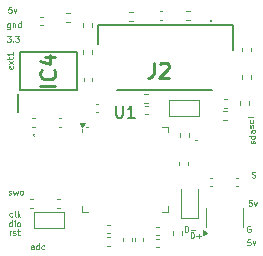
<source format=gbr>
%TF.GenerationSoftware,KiCad,Pcbnew,8.0.5*%
%TF.CreationDate,2024-10-20T03:46:06+02:00*%
%TF.ProjectId,cansatperso,63616e73-6174-4706-9572-736f2e6b6963,rev?*%
%TF.SameCoordinates,Original*%
%TF.FileFunction,Legend,Top*%
%TF.FilePolarity,Positive*%
%FSLAX46Y46*%
G04 Gerber Fmt 4.6, Leading zero omitted, Abs format (unit mm)*
G04 Created by KiCad (PCBNEW 8.0.5) date 2024-10-20 03:46:06*
%MOMM*%
%LPD*%
G01*
G04 APERTURE LIST*
%ADD10C,0.100000*%
%ADD11C,0.254000*%
%ADD12C,0.150000*%
%ADD13C,0.120000*%
%ADD14C,0.200000*%
G04 APERTURE END LIST*
D10*
X194456741Y-91857419D02*
X194409122Y-91833609D01*
X194409122Y-91833609D02*
X194337693Y-91833609D01*
X194337693Y-91833609D02*
X194266265Y-91857419D01*
X194266265Y-91857419D02*
X194218646Y-91905038D01*
X194218646Y-91905038D02*
X194194836Y-91952657D01*
X194194836Y-91952657D02*
X194171027Y-92047895D01*
X194171027Y-92047895D02*
X194171027Y-92119323D01*
X194171027Y-92119323D02*
X194194836Y-92214561D01*
X194194836Y-92214561D02*
X194218646Y-92262180D01*
X194218646Y-92262180D02*
X194266265Y-92309800D01*
X194266265Y-92309800D02*
X194337693Y-92333609D01*
X194337693Y-92333609D02*
X194385312Y-92333609D01*
X194385312Y-92333609D02*
X194456741Y-92309800D01*
X194456741Y-92309800D02*
X194480550Y-92285990D01*
X194480550Y-92285990D02*
X194480550Y-92119323D01*
X194480550Y-92119323D02*
X194385312Y-92119323D01*
X194699800Y-83508972D02*
X194723609Y-83461353D01*
X194723609Y-83461353D02*
X194723609Y-83366115D01*
X194723609Y-83366115D02*
X194699800Y-83318496D01*
X194699800Y-83318496D02*
X194652180Y-83294687D01*
X194652180Y-83294687D02*
X194628371Y-83294687D01*
X194628371Y-83294687D02*
X194580752Y-83318496D01*
X194580752Y-83318496D02*
X194556942Y-83366115D01*
X194556942Y-83366115D02*
X194556942Y-83437544D01*
X194556942Y-83437544D02*
X194533133Y-83485163D01*
X194533133Y-83485163D02*
X194485514Y-83508972D01*
X194485514Y-83508972D02*
X194461704Y-83508972D01*
X194461704Y-83508972D02*
X194414085Y-83485163D01*
X194414085Y-83485163D02*
X194390276Y-83437544D01*
X194390276Y-83437544D02*
X194390276Y-83366115D01*
X194390276Y-83366115D02*
X194414085Y-83318496D01*
X194699800Y-82866115D02*
X194723609Y-82913734D01*
X194723609Y-82913734D02*
X194723609Y-83008972D01*
X194723609Y-83008972D02*
X194699800Y-83056591D01*
X194699800Y-83056591D02*
X194675990Y-83080401D01*
X194675990Y-83080401D02*
X194628371Y-83104210D01*
X194628371Y-83104210D02*
X194485514Y-83104210D01*
X194485514Y-83104210D02*
X194437895Y-83080401D01*
X194437895Y-83080401D02*
X194414085Y-83056591D01*
X194414085Y-83056591D02*
X194390276Y-83008972D01*
X194390276Y-83008972D02*
X194390276Y-82913734D01*
X194390276Y-82913734D02*
X194414085Y-82866115D01*
X194723609Y-82580401D02*
X194699800Y-82628020D01*
X194699800Y-82628020D02*
X194652180Y-82651830D01*
X194652180Y-82651830D02*
X194223609Y-82651830D01*
X174109122Y-74680276D02*
X174109122Y-75085038D01*
X174109122Y-75085038D02*
X174085312Y-75132657D01*
X174085312Y-75132657D02*
X174061503Y-75156466D01*
X174061503Y-75156466D02*
X174013884Y-75180276D01*
X174013884Y-75180276D02*
X173942455Y-75180276D01*
X173942455Y-75180276D02*
X173894836Y-75156466D01*
X174109122Y-74989800D02*
X174061503Y-75013609D01*
X174061503Y-75013609D02*
X173966265Y-75013609D01*
X173966265Y-75013609D02*
X173918646Y-74989800D01*
X173918646Y-74989800D02*
X173894836Y-74965990D01*
X173894836Y-74965990D02*
X173871027Y-74918371D01*
X173871027Y-74918371D02*
X173871027Y-74775514D01*
X173871027Y-74775514D02*
X173894836Y-74727895D01*
X173894836Y-74727895D02*
X173918646Y-74704085D01*
X173918646Y-74704085D02*
X173966265Y-74680276D01*
X173966265Y-74680276D02*
X174061503Y-74680276D01*
X174061503Y-74680276D02*
X174109122Y-74704085D01*
X174347217Y-74680276D02*
X174347217Y-75013609D01*
X174347217Y-74727895D02*
X174371027Y-74704085D01*
X174371027Y-74704085D02*
X174418646Y-74680276D01*
X174418646Y-74680276D02*
X174490074Y-74680276D01*
X174490074Y-74680276D02*
X174537693Y-74704085D01*
X174537693Y-74704085D02*
X174561503Y-74751704D01*
X174561503Y-74751704D02*
X174561503Y-75013609D01*
X175013884Y-75013609D02*
X175013884Y-74513609D01*
X175013884Y-74989800D02*
X174966265Y-75013609D01*
X174966265Y-75013609D02*
X174871027Y-75013609D01*
X174871027Y-75013609D02*
X174823408Y-74989800D01*
X174823408Y-74989800D02*
X174799598Y-74965990D01*
X174799598Y-74965990D02*
X174775789Y-74918371D01*
X174775789Y-74918371D02*
X174775789Y-74775514D01*
X174775789Y-74775514D02*
X174799598Y-74727895D01*
X174799598Y-74727895D02*
X174823408Y-74704085D01*
X174823408Y-74704085D02*
X174871027Y-74680276D01*
X174871027Y-74680276D02*
X174966265Y-74680276D01*
X174966265Y-74680276D02*
X175013884Y-74704085D01*
X174269122Y-91853609D02*
X174269122Y-91353609D01*
X174269122Y-91829800D02*
X174221503Y-91853609D01*
X174221503Y-91853609D02*
X174126265Y-91853609D01*
X174126265Y-91853609D02*
X174078646Y-91829800D01*
X174078646Y-91829800D02*
X174054836Y-91805990D01*
X174054836Y-91805990D02*
X174031027Y-91758371D01*
X174031027Y-91758371D02*
X174031027Y-91615514D01*
X174031027Y-91615514D02*
X174054836Y-91567895D01*
X174054836Y-91567895D02*
X174078646Y-91544085D01*
X174078646Y-91544085D02*
X174126265Y-91520276D01*
X174126265Y-91520276D02*
X174221503Y-91520276D01*
X174221503Y-91520276D02*
X174269122Y-91544085D01*
X174507217Y-91853609D02*
X174507217Y-91520276D01*
X174507217Y-91353609D02*
X174483408Y-91377419D01*
X174483408Y-91377419D02*
X174507217Y-91401228D01*
X174507217Y-91401228D02*
X174531027Y-91377419D01*
X174531027Y-91377419D02*
X174507217Y-91353609D01*
X174507217Y-91353609D02*
X174507217Y-91401228D01*
X174816741Y-91853609D02*
X174769122Y-91829800D01*
X174769122Y-91829800D02*
X174745312Y-91805990D01*
X174745312Y-91805990D02*
X174721503Y-91758371D01*
X174721503Y-91758371D02*
X174721503Y-91615514D01*
X174721503Y-91615514D02*
X174745312Y-91567895D01*
X174745312Y-91567895D02*
X174769122Y-91544085D01*
X174769122Y-91544085D02*
X174816741Y-91520276D01*
X174816741Y-91520276D02*
X174888169Y-91520276D01*
X174888169Y-91520276D02*
X174935788Y-91544085D01*
X174935788Y-91544085D02*
X174959598Y-91567895D01*
X174959598Y-91567895D02*
X174983407Y-91615514D01*
X174983407Y-91615514D02*
X174983407Y-91758371D01*
X174983407Y-91758371D02*
X174959598Y-91805990D01*
X174959598Y-91805990D02*
X174935788Y-91829800D01*
X174935788Y-91829800D02*
X174888169Y-91853609D01*
X174888169Y-91853609D02*
X174816741Y-91853609D01*
X194611027Y-87709800D02*
X194682455Y-87733609D01*
X194682455Y-87733609D02*
X194801503Y-87733609D01*
X194801503Y-87733609D02*
X194849122Y-87709800D01*
X194849122Y-87709800D02*
X194872931Y-87685990D01*
X194872931Y-87685990D02*
X194896741Y-87638371D01*
X194896741Y-87638371D02*
X194896741Y-87590752D01*
X194896741Y-87590752D02*
X194872931Y-87543133D01*
X194872931Y-87543133D02*
X194849122Y-87519323D01*
X194849122Y-87519323D02*
X194801503Y-87495514D01*
X194801503Y-87495514D02*
X194706265Y-87471704D01*
X194706265Y-87471704D02*
X194658646Y-87447895D01*
X194658646Y-87447895D02*
X194634836Y-87424085D01*
X194634836Y-87424085D02*
X194611027Y-87376466D01*
X194611027Y-87376466D02*
X194611027Y-87328847D01*
X194611027Y-87328847D02*
X194634836Y-87281228D01*
X194634836Y-87281228D02*
X194658646Y-87257419D01*
X194658646Y-87257419D02*
X194706265Y-87233609D01*
X194706265Y-87233609D02*
X194825312Y-87233609D01*
X194825312Y-87233609D02*
X194896741Y-87257419D01*
X174299122Y-91019800D02*
X174251503Y-91043609D01*
X174251503Y-91043609D02*
X174156265Y-91043609D01*
X174156265Y-91043609D02*
X174108646Y-91019800D01*
X174108646Y-91019800D02*
X174084836Y-90995990D01*
X174084836Y-90995990D02*
X174061027Y-90948371D01*
X174061027Y-90948371D02*
X174061027Y-90805514D01*
X174061027Y-90805514D02*
X174084836Y-90757895D01*
X174084836Y-90757895D02*
X174108646Y-90734085D01*
X174108646Y-90734085D02*
X174156265Y-90710276D01*
X174156265Y-90710276D02*
X174251503Y-90710276D01*
X174251503Y-90710276D02*
X174299122Y-90734085D01*
X174584836Y-91043609D02*
X174537217Y-91019800D01*
X174537217Y-91019800D02*
X174513407Y-90972180D01*
X174513407Y-90972180D02*
X174513407Y-90543609D01*
X174775312Y-91043609D02*
X174775312Y-90543609D01*
X174822931Y-90853133D02*
X174965788Y-91043609D01*
X174965788Y-90710276D02*
X174775312Y-90900752D01*
X174084836Y-92583609D02*
X174084836Y-92250276D01*
X174084836Y-92345514D02*
X174108646Y-92297895D01*
X174108646Y-92297895D02*
X174132455Y-92274085D01*
X174132455Y-92274085D02*
X174180074Y-92250276D01*
X174180074Y-92250276D02*
X174227693Y-92250276D01*
X174370551Y-92559800D02*
X174418170Y-92583609D01*
X174418170Y-92583609D02*
X174513408Y-92583609D01*
X174513408Y-92583609D02*
X174561027Y-92559800D01*
X174561027Y-92559800D02*
X174584836Y-92512180D01*
X174584836Y-92512180D02*
X174584836Y-92488371D01*
X174584836Y-92488371D02*
X174561027Y-92440752D01*
X174561027Y-92440752D02*
X174513408Y-92416942D01*
X174513408Y-92416942D02*
X174441979Y-92416942D01*
X174441979Y-92416942D02*
X174394360Y-92393133D01*
X174394360Y-92393133D02*
X174370551Y-92345514D01*
X174370551Y-92345514D02*
X174370551Y-92321704D01*
X174370551Y-92321704D02*
X174394360Y-92274085D01*
X174394360Y-92274085D02*
X174441979Y-92250276D01*
X174441979Y-92250276D02*
X174513408Y-92250276D01*
X174513408Y-92250276D02*
X174561027Y-92274085D01*
X174727694Y-92250276D02*
X174918170Y-92250276D01*
X174799122Y-92083609D02*
X174799122Y-92512180D01*
X174799122Y-92512180D02*
X174822932Y-92559800D01*
X174822932Y-92559800D02*
X174870551Y-92583609D01*
X174870551Y-92583609D02*
X174918170Y-92583609D01*
X194462931Y-92963609D02*
X194224836Y-92963609D01*
X194224836Y-92963609D02*
X194201027Y-93201704D01*
X194201027Y-93201704D02*
X194224836Y-93177895D01*
X194224836Y-93177895D02*
X194272455Y-93154085D01*
X194272455Y-93154085D02*
X194391503Y-93154085D01*
X194391503Y-93154085D02*
X194439122Y-93177895D01*
X194439122Y-93177895D02*
X194462931Y-93201704D01*
X194462931Y-93201704D02*
X194486741Y-93249323D01*
X194486741Y-93249323D02*
X194486741Y-93368371D01*
X194486741Y-93368371D02*
X194462931Y-93415990D01*
X194462931Y-93415990D02*
X194439122Y-93439800D01*
X194439122Y-93439800D02*
X194391503Y-93463609D01*
X194391503Y-93463609D02*
X194272455Y-93463609D01*
X194272455Y-93463609D02*
X194224836Y-93439800D01*
X194224836Y-93439800D02*
X194201027Y-93415990D01*
X194653407Y-93130276D02*
X194772455Y-93463609D01*
X194772455Y-93463609D02*
X194891502Y-93130276D01*
X194799800Y-84848972D02*
X194823609Y-84801353D01*
X194823609Y-84801353D02*
X194823609Y-84706115D01*
X194823609Y-84706115D02*
X194799800Y-84658496D01*
X194799800Y-84658496D02*
X194752180Y-84634687D01*
X194752180Y-84634687D02*
X194728371Y-84634687D01*
X194728371Y-84634687D02*
X194680752Y-84658496D01*
X194680752Y-84658496D02*
X194656942Y-84706115D01*
X194656942Y-84706115D02*
X194656942Y-84777544D01*
X194656942Y-84777544D02*
X194633133Y-84825163D01*
X194633133Y-84825163D02*
X194585514Y-84848972D01*
X194585514Y-84848972D02*
X194561704Y-84848972D01*
X194561704Y-84848972D02*
X194514085Y-84825163D01*
X194514085Y-84825163D02*
X194490276Y-84777544D01*
X194490276Y-84777544D02*
X194490276Y-84706115D01*
X194490276Y-84706115D02*
X194514085Y-84658496D01*
X194823609Y-84206115D02*
X194323609Y-84206115D01*
X194799800Y-84206115D02*
X194823609Y-84253734D01*
X194823609Y-84253734D02*
X194823609Y-84348972D01*
X194823609Y-84348972D02*
X194799800Y-84396591D01*
X194799800Y-84396591D02*
X194775990Y-84420401D01*
X194775990Y-84420401D02*
X194728371Y-84444210D01*
X194728371Y-84444210D02*
X194585514Y-84444210D01*
X194585514Y-84444210D02*
X194537895Y-84420401D01*
X194537895Y-84420401D02*
X194514085Y-84396591D01*
X194514085Y-84396591D02*
X194490276Y-84348972D01*
X194490276Y-84348972D02*
X194490276Y-84253734D01*
X194490276Y-84253734D02*
X194514085Y-84206115D01*
X194823609Y-83753734D02*
X194561704Y-83753734D01*
X194561704Y-83753734D02*
X194514085Y-83777544D01*
X194514085Y-83777544D02*
X194490276Y-83825163D01*
X194490276Y-83825163D02*
X194490276Y-83920401D01*
X194490276Y-83920401D02*
X194514085Y-83968020D01*
X194799800Y-83753734D02*
X194823609Y-83801353D01*
X194823609Y-83801353D02*
X194823609Y-83920401D01*
X194823609Y-83920401D02*
X194799800Y-83968020D01*
X194799800Y-83968020D02*
X194752180Y-83991829D01*
X194752180Y-83991829D02*
X194704561Y-83991829D01*
X194704561Y-83991829D02*
X194656942Y-83968020D01*
X194656942Y-83968020D02*
X194633133Y-83920401D01*
X194633133Y-83920401D02*
X194633133Y-83801353D01*
X194633133Y-83801353D02*
X194609323Y-83753734D01*
X189394836Y-92863609D02*
X189394836Y-92363609D01*
X189394836Y-92363609D02*
X189513884Y-92363609D01*
X189513884Y-92363609D02*
X189585312Y-92387419D01*
X189585312Y-92387419D02*
X189632931Y-92435038D01*
X189632931Y-92435038D02*
X189656741Y-92482657D01*
X189656741Y-92482657D02*
X189680550Y-92577895D01*
X189680550Y-92577895D02*
X189680550Y-92649323D01*
X189680550Y-92649323D02*
X189656741Y-92744561D01*
X189656741Y-92744561D02*
X189632931Y-92792180D01*
X189632931Y-92792180D02*
X189585312Y-92839800D01*
X189585312Y-92839800D02*
X189513884Y-92863609D01*
X189513884Y-92863609D02*
X189394836Y-92863609D01*
X189894836Y-92673133D02*
X190275789Y-92673133D01*
X190085312Y-92863609D02*
X190085312Y-92482657D01*
X176109122Y-93813609D02*
X176109122Y-93551704D01*
X176109122Y-93551704D02*
X176085312Y-93504085D01*
X176085312Y-93504085D02*
X176037693Y-93480276D01*
X176037693Y-93480276D02*
X175942455Y-93480276D01*
X175942455Y-93480276D02*
X175894836Y-93504085D01*
X176109122Y-93789800D02*
X176061503Y-93813609D01*
X176061503Y-93813609D02*
X175942455Y-93813609D01*
X175942455Y-93813609D02*
X175894836Y-93789800D01*
X175894836Y-93789800D02*
X175871027Y-93742180D01*
X175871027Y-93742180D02*
X175871027Y-93694561D01*
X175871027Y-93694561D02*
X175894836Y-93646942D01*
X175894836Y-93646942D02*
X175942455Y-93623133D01*
X175942455Y-93623133D02*
X176061503Y-93623133D01*
X176061503Y-93623133D02*
X176109122Y-93599323D01*
X176561503Y-93813609D02*
X176561503Y-93313609D01*
X176561503Y-93789800D02*
X176513884Y-93813609D01*
X176513884Y-93813609D02*
X176418646Y-93813609D01*
X176418646Y-93813609D02*
X176371027Y-93789800D01*
X176371027Y-93789800D02*
X176347217Y-93765990D01*
X176347217Y-93765990D02*
X176323408Y-93718371D01*
X176323408Y-93718371D02*
X176323408Y-93575514D01*
X176323408Y-93575514D02*
X176347217Y-93527895D01*
X176347217Y-93527895D02*
X176371027Y-93504085D01*
X176371027Y-93504085D02*
X176418646Y-93480276D01*
X176418646Y-93480276D02*
X176513884Y-93480276D01*
X176513884Y-93480276D02*
X176561503Y-93504085D01*
X177013884Y-93789800D02*
X176966265Y-93813609D01*
X176966265Y-93813609D02*
X176871027Y-93813609D01*
X176871027Y-93813609D02*
X176823408Y-93789800D01*
X176823408Y-93789800D02*
X176799598Y-93765990D01*
X176799598Y-93765990D02*
X176775789Y-93718371D01*
X176775789Y-93718371D02*
X176775789Y-93575514D01*
X176775789Y-93575514D02*
X176799598Y-93527895D01*
X176799598Y-93527895D02*
X176823408Y-93504085D01*
X176823408Y-93504085D02*
X176871027Y-93480276D01*
X176871027Y-93480276D02*
X176966265Y-93480276D01*
X176966265Y-93480276D02*
X177013884Y-93504085D01*
X174011027Y-89159800D02*
X174058646Y-89183609D01*
X174058646Y-89183609D02*
X174153884Y-89183609D01*
X174153884Y-89183609D02*
X174201503Y-89159800D01*
X174201503Y-89159800D02*
X174225312Y-89112180D01*
X174225312Y-89112180D02*
X174225312Y-89088371D01*
X174225312Y-89088371D02*
X174201503Y-89040752D01*
X174201503Y-89040752D02*
X174153884Y-89016942D01*
X174153884Y-89016942D02*
X174082455Y-89016942D01*
X174082455Y-89016942D02*
X174034836Y-88993133D01*
X174034836Y-88993133D02*
X174011027Y-88945514D01*
X174011027Y-88945514D02*
X174011027Y-88921704D01*
X174011027Y-88921704D02*
X174034836Y-88874085D01*
X174034836Y-88874085D02*
X174082455Y-88850276D01*
X174082455Y-88850276D02*
X174153884Y-88850276D01*
X174153884Y-88850276D02*
X174201503Y-88874085D01*
X174391979Y-88850276D02*
X174487217Y-89183609D01*
X174487217Y-89183609D02*
X174582455Y-88945514D01*
X174582455Y-88945514D02*
X174677693Y-89183609D01*
X174677693Y-89183609D02*
X174772931Y-88850276D01*
X175034837Y-89183609D02*
X174987218Y-89159800D01*
X174987218Y-89159800D02*
X174963408Y-89135990D01*
X174963408Y-89135990D02*
X174939599Y-89088371D01*
X174939599Y-89088371D02*
X174939599Y-88945514D01*
X174939599Y-88945514D02*
X174963408Y-88897895D01*
X174963408Y-88897895D02*
X174987218Y-88874085D01*
X174987218Y-88874085D02*
X175034837Y-88850276D01*
X175034837Y-88850276D02*
X175106265Y-88850276D01*
X175106265Y-88850276D02*
X175153884Y-88874085D01*
X175153884Y-88874085D02*
X175177694Y-88897895D01*
X175177694Y-88897895D02*
X175201503Y-88945514D01*
X175201503Y-88945514D02*
X175201503Y-89088371D01*
X175201503Y-89088371D02*
X175177694Y-89135990D01*
X175177694Y-89135990D02*
X175153884Y-89159800D01*
X175153884Y-89159800D02*
X175106265Y-89183609D01*
X175106265Y-89183609D02*
X175034837Y-89183609D01*
X188904836Y-92343609D02*
X188904836Y-91843609D01*
X188904836Y-91843609D02*
X189023884Y-91843609D01*
X189023884Y-91843609D02*
X189095312Y-91867419D01*
X189095312Y-91867419D02*
X189142931Y-91915038D01*
X189142931Y-91915038D02*
X189166741Y-91962657D01*
X189166741Y-91962657D02*
X189190550Y-92057895D01*
X189190550Y-92057895D02*
X189190550Y-92129323D01*
X189190550Y-92129323D02*
X189166741Y-92224561D01*
X189166741Y-92224561D02*
X189142931Y-92272180D01*
X189142931Y-92272180D02*
X189095312Y-92319800D01*
X189095312Y-92319800D02*
X189023884Y-92343609D01*
X189023884Y-92343609D02*
X188904836Y-92343609D01*
X189404836Y-92153133D02*
X189785789Y-92153133D01*
X194572931Y-89643609D02*
X194334836Y-89643609D01*
X194334836Y-89643609D02*
X194311027Y-89881704D01*
X194311027Y-89881704D02*
X194334836Y-89857895D01*
X194334836Y-89857895D02*
X194382455Y-89834085D01*
X194382455Y-89834085D02*
X194501503Y-89834085D01*
X194501503Y-89834085D02*
X194549122Y-89857895D01*
X194549122Y-89857895D02*
X194572931Y-89881704D01*
X194572931Y-89881704D02*
X194596741Y-89929323D01*
X194596741Y-89929323D02*
X194596741Y-90048371D01*
X194596741Y-90048371D02*
X194572931Y-90095990D01*
X194572931Y-90095990D02*
X194549122Y-90119800D01*
X194549122Y-90119800D02*
X194501503Y-90143609D01*
X194501503Y-90143609D02*
X194382455Y-90143609D01*
X194382455Y-90143609D02*
X194334836Y-90119800D01*
X194334836Y-90119800D02*
X194311027Y-90095990D01*
X194763407Y-89810276D02*
X194882455Y-90143609D01*
X194882455Y-90143609D02*
X195001502Y-89810276D01*
X174232931Y-73293609D02*
X173994836Y-73293609D01*
X173994836Y-73293609D02*
X173971027Y-73531704D01*
X173971027Y-73531704D02*
X173994836Y-73507895D01*
X173994836Y-73507895D02*
X174042455Y-73484085D01*
X174042455Y-73484085D02*
X174161503Y-73484085D01*
X174161503Y-73484085D02*
X174209122Y-73507895D01*
X174209122Y-73507895D02*
X174232931Y-73531704D01*
X174232931Y-73531704D02*
X174256741Y-73579323D01*
X174256741Y-73579323D02*
X174256741Y-73698371D01*
X174256741Y-73698371D02*
X174232931Y-73745990D01*
X174232931Y-73745990D02*
X174209122Y-73769800D01*
X174209122Y-73769800D02*
X174161503Y-73793609D01*
X174161503Y-73793609D02*
X174042455Y-73793609D01*
X174042455Y-73793609D02*
X173994836Y-73769800D01*
X173994836Y-73769800D02*
X173971027Y-73745990D01*
X174423407Y-73460276D02*
X174542455Y-73793609D01*
X174542455Y-73793609D02*
X174661502Y-73460276D01*
X173847217Y-75753609D02*
X174156741Y-75753609D01*
X174156741Y-75753609D02*
X173990074Y-75944085D01*
X173990074Y-75944085D02*
X174061503Y-75944085D01*
X174061503Y-75944085D02*
X174109122Y-75967895D01*
X174109122Y-75967895D02*
X174132931Y-75991704D01*
X174132931Y-75991704D02*
X174156741Y-76039323D01*
X174156741Y-76039323D02*
X174156741Y-76158371D01*
X174156741Y-76158371D02*
X174132931Y-76205990D01*
X174132931Y-76205990D02*
X174109122Y-76229800D01*
X174109122Y-76229800D02*
X174061503Y-76253609D01*
X174061503Y-76253609D02*
X173918646Y-76253609D01*
X173918646Y-76253609D02*
X173871027Y-76229800D01*
X173871027Y-76229800D02*
X173847217Y-76205990D01*
X174371026Y-76205990D02*
X174394836Y-76229800D01*
X174394836Y-76229800D02*
X174371026Y-76253609D01*
X174371026Y-76253609D02*
X174347217Y-76229800D01*
X174347217Y-76229800D02*
X174371026Y-76205990D01*
X174371026Y-76205990D02*
X174371026Y-76253609D01*
X174561502Y-75753609D02*
X174871026Y-75753609D01*
X174871026Y-75753609D02*
X174704359Y-75944085D01*
X174704359Y-75944085D02*
X174775788Y-75944085D01*
X174775788Y-75944085D02*
X174823407Y-75967895D01*
X174823407Y-75967895D02*
X174847216Y-75991704D01*
X174847216Y-75991704D02*
X174871026Y-76039323D01*
X174871026Y-76039323D02*
X174871026Y-76158371D01*
X174871026Y-76158371D02*
X174847216Y-76205990D01*
X174847216Y-76205990D02*
X174823407Y-76229800D01*
X174823407Y-76229800D02*
X174775788Y-76253609D01*
X174775788Y-76253609D02*
X174632931Y-76253609D01*
X174632931Y-76253609D02*
X174585312Y-76229800D01*
X174585312Y-76229800D02*
X174561502Y-76205990D01*
X174329800Y-78304687D02*
X174353609Y-78352306D01*
X174353609Y-78352306D02*
X174353609Y-78447544D01*
X174353609Y-78447544D02*
X174329800Y-78495163D01*
X174329800Y-78495163D02*
X174282180Y-78518972D01*
X174282180Y-78518972D02*
X174091704Y-78518972D01*
X174091704Y-78518972D02*
X174044085Y-78495163D01*
X174044085Y-78495163D02*
X174020276Y-78447544D01*
X174020276Y-78447544D02*
X174020276Y-78352306D01*
X174020276Y-78352306D02*
X174044085Y-78304687D01*
X174044085Y-78304687D02*
X174091704Y-78280877D01*
X174091704Y-78280877D02*
X174139323Y-78280877D01*
X174139323Y-78280877D02*
X174186942Y-78518972D01*
X174353609Y-78114211D02*
X174020276Y-77852306D01*
X174020276Y-78114211D02*
X174353609Y-77852306D01*
X174020276Y-77733258D02*
X174020276Y-77542782D01*
X173853609Y-77661830D02*
X174282180Y-77661830D01*
X174282180Y-77661830D02*
X174329800Y-77638020D01*
X174329800Y-77638020D02*
X174353609Y-77590401D01*
X174353609Y-77590401D02*
X174353609Y-77542782D01*
X174353609Y-77114211D02*
X174353609Y-77399925D01*
X174353609Y-77257068D02*
X173853609Y-77257068D01*
X173853609Y-77257068D02*
X173925038Y-77304687D01*
X173925038Y-77304687D02*
X173972657Y-77352306D01*
X173972657Y-77352306D02*
X173996466Y-77399925D01*
D11*
X177949318Y-79977762D02*
X176679318Y-79977762D01*
X177828365Y-78647285D02*
X177888842Y-78707761D01*
X177888842Y-78707761D02*
X177949318Y-78889190D01*
X177949318Y-78889190D02*
X177949318Y-79010142D01*
X177949318Y-79010142D02*
X177888842Y-79191571D01*
X177888842Y-79191571D02*
X177767889Y-79312523D01*
X177767889Y-79312523D02*
X177646937Y-79373000D01*
X177646937Y-79373000D02*
X177405032Y-79433476D01*
X177405032Y-79433476D02*
X177223603Y-79433476D01*
X177223603Y-79433476D02*
X176981699Y-79373000D01*
X176981699Y-79373000D02*
X176860746Y-79312523D01*
X176860746Y-79312523D02*
X176739794Y-79191571D01*
X176739794Y-79191571D02*
X176679318Y-79010142D01*
X176679318Y-79010142D02*
X176679318Y-78889190D01*
X176679318Y-78889190D02*
X176739794Y-78707761D01*
X176739794Y-78707761D02*
X176800270Y-78647285D01*
X177102651Y-77558714D02*
X177949318Y-77558714D01*
X176618842Y-77861095D02*
X177525984Y-78163476D01*
X177525984Y-78163476D02*
X177525984Y-77377285D01*
X186272667Y-78004318D02*
X186272667Y-78911461D01*
X186272667Y-78911461D02*
X186212190Y-79092889D01*
X186212190Y-79092889D02*
X186091238Y-79213842D01*
X186091238Y-79213842D02*
X185909809Y-79274318D01*
X185909809Y-79274318D02*
X185788857Y-79274318D01*
X186816952Y-78125270D02*
X186877428Y-78064794D01*
X186877428Y-78064794D02*
X186998381Y-78004318D01*
X186998381Y-78004318D02*
X187300762Y-78004318D01*
X187300762Y-78004318D02*
X187421714Y-78064794D01*
X187421714Y-78064794D02*
X187482190Y-78125270D01*
X187482190Y-78125270D02*
X187542667Y-78246222D01*
X187542667Y-78246222D02*
X187542667Y-78367175D01*
X187542667Y-78367175D02*
X187482190Y-78548603D01*
X187482190Y-78548603D02*
X186756476Y-79274318D01*
X186756476Y-79274318D02*
X187542667Y-79274318D01*
D12*
X183098095Y-81662319D02*
X183098095Y-82471842D01*
X183098095Y-82471842D02*
X183145714Y-82567080D01*
X183145714Y-82567080D02*
X183193333Y-82614700D01*
X183193333Y-82614700D02*
X183288571Y-82662319D01*
X183288571Y-82662319D02*
X183479047Y-82662319D01*
X183479047Y-82662319D02*
X183574285Y-82614700D01*
X183574285Y-82614700D02*
X183621904Y-82567080D01*
X183621904Y-82567080D02*
X183669523Y-82471842D01*
X183669523Y-82471842D02*
X183669523Y-81662319D01*
X184669523Y-82662319D02*
X184098095Y-82662319D01*
X184383809Y-82662319D02*
X184383809Y-81662319D01*
X184383809Y-81662319D02*
X184288571Y-81805176D01*
X184288571Y-81805176D02*
X184193333Y-81900414D01*
X184193333Y-81900414D02*
X184098095Y-81948033D01*
D13*
%TO.C,R8*%
X184162379Y-73720000D02*
X184497621Y-73720000D01*
X184162379Y-74480000D02*
X184497621Y-74480000D01*
%TO.C,SW1*%
D10*
X176135000Y-90635000D02*
X178655000Y-90635000D01*
X178655000Y-91995000D01*
X176135000Y-91995000D01*
X176135000Y-90635000D01*
D13*
%TO.C,C32*%
X180360000Y-79555835D02*
X180360000Y-79324165D01*
X181080000Y-79555835D02*
X181080000Y-79324165D01*
%TO.C,C7*%
X184660000Y-92874165D02*
X184660000Y-93105835D01*
X185380000Y-92874165D02*
X185380000Y-93105835D01*
D10*
%TO.C,Y1*%
X176110000Y-84090000D02*
X176110000Y-84090000D01*
X176110000Y-84190000D02*
X176110000Y-84190000D01*
X176110000Y-84090000D02*
G75*
G02*
X176110000Y-84190000I0J-50000D01*
G01*
X176110000Y-84190000D02*
G75*
G02*
X176110000Y-84090000I0J50000D01*
G01*
D13*
%TO.C,C2*%
X178104165Y-89560000D02*
X178335835Y-89560000D01*
X178104165Y-90280000D02*
X178335835Y-90280000D01*
%TO.C,C6*%
X181351665Y-81510000D02*
X181583335Y-81510000D01*
X181351665Y-82230000D02*
X181583335Y-82230000D01*
%TO.C,C12*%
X176055835Y-89560000D02*
X175824165Y-89560000D01*
X176055835Y-90280000D02*
X175824165Y-90280000D01*
%TO.C,C10*%
X182545835Y-92780000D02*
X182314165Y-92780000D01*
X182545835Y-93500000D02*
X182314165Y-93500000D01*
%TO.C,R2*%
X185807621Y-80650000D02*
X185472379Y-80650000D01*
X185807621Y-81410000D02*
X185472379Y-81410000D01*
%TO.C,C1*%
X191021165Y-87772000D02*
X191252835Y-87772000D01*
X191021165Y-88492000D02*
X191252835Y-88492000D01*
%TO.C,C16*%
X187015835Y-73650000D02*
X186784165Y-73650000D01*
X187015835Y-74370000D02*
X186784165Y-74370000D01*
%TO.C,D3*%
X188565000Y-88680000D02*
X188565000Y-91140000D01*
X188565000Y-91140000D02*
X190035000Y-91140000D01*
X190035000Y-91140000D02*
X190035000Y-88680000D01*
%TO.C,C8*%
X183680000Y-92864165D02*
X183680000Y-93095835D01*
X184400000Y-92864165D02*
X184400000Y-93095835D01*
D14*
%TO.C,IC4*%
X174795000Y-82213000D02*
X174795000Y-80688000D01*
X174925000Y-77138000D02*
X179825000Y-77138000D01*
X174925000Y-80338000D02*
X174925000Y-77138000D01*
X179825000Y-77138000D02*
X179825000Y-80338000D01*
X179825000Y-80338000D02*
X174925000Y-80338000D01*
D13*
%TO.C,R5*%
X193720000Y-79022379D02*
X193720000Y-79357621D01*
X194480000Y-79022379D02*
X194480000Y-79357621D01*
%TO.C,R24*%
X180310000Y-77267621D02*
X180310000Y-76932379D01*
X181070000Y-77267621D02*
X181070000Y-76932379D01*
%TO.C,R9*%
X192484621Y-82142000D02*
X192149379Y-82142000D01*
X192484621Y-82902000D02*
X192149379Y-82902000D01*
%TO.C,C15*%
X193790000Y-77005835D02*
X193790000Y-76774165D01*
X194510000Y-77005835D02*
X194510000Y-76774165D01*
%TO.C,R25*%
X180290000Y-74642379D02*
X180290000Y-74977621D01*
X181050000Y-74642379D02*
X181050000Y-74977621D01*
%TO.C,C31*%
X176875835Y-74140000D02*
X176644165Y-74140000D01*
X176875835Y-74860000D02*
X176644165Y-74860000D01*
%TO.C,R26*%
X178842379Y-73830000D02*
X179177621Y-73830000D01*
X178842379Y-74590000D02*
X179177621Y-74590000D01*
%TO.C,C11*%
X186705835Y-92900000D02*
X186474165Y-92900000D01*
X186705835Y-93620000D02*
X186474165Y-93620000D01*
D14*
%TO.C,J2*%
X181560000Y-74830000D02*
X181560000Y-76429000D01*
X181560000Y-74830000D02*
X192960000Y-74830000D01*
X183160000Y-80330000D02*
X191238000Y-80330000D01*
X192960000Y-74830000D02*
X192960000Y-76928000D01*
X191187000Y-74466000D02*
G75*
G02*
X191105000Y-74466000I-41000J0D01*
G01*
X191105000Y-74466000D02*
G75*
G02*
X191187000Y-74466000I41000J0D01*
G01*
D13*
%TO.C,U2*%
X190710000Y-91092500D02*
X190710000Y-90292500D01*
X190710000Y-91092500D02*
X190710000Y-91892500D01*
X193830000Y-91092500D02*
X193830000Y-90292500D01*
X193830000Y-91092500D02*
X193830000Y-91892500D01*
X190760000Y-92392500D02*
X190430000Y-92632500D01*
X190430000Y-92152500D01*
X190760000Y-92392500D01*
G36*
X190760000Y-92392500D02*
G01*
X190430000Y-92632500D01*
X190430000Y-92152500D01*
X190760000Y-92392500D01*
G37*
%TO.C,SW2*%
D10*
X187565000Y-81135000D02*
X190085000Y-81135000D01*
X190085000Y-82495000D01*
X187565000Y-82495000D01*
X187565000Y-81135000D01*
D13*
%TO.C,R6*%
X193580000Y-81282379D02*
X193580000Y-81617621D01*
X194340000Y-81282379D02*
X194340000Y-81617621D01*
%TO.C,C4*%
X188440000Y-86454165D02*
X188440000Y-86685835D01*
X189160000Y-86454165D02*
X189160000Y-86685835D01*
%TO.C,C17*%
X193455835Y-87760000D02*
X193224165Y-87760000D01*
X193455835Y-88480000D02*
X193224165Y-88480000D01*
%TO.C,C9*%
X182555835Y-91730000D02*
X182324165Y-91730000D01*
X182555835Y-92450000D02*
X182324165Y-92450000D01*
%TO.C,U1*%
X180250000Y-83902500D02*
X180250000Y-83667500D01*
X180250000Y-90647500D02*
X180250000Y-90172500D01*
X180725000Y-83427500D02*
X180550000Y-83427500D01*
X180725000Y-90647500D02*
X180250000Y-90647500D01*
X186995000Y-83427500D02*
X187470000Y-83427500D01*
X186995000Y-90647500D02*
X187470000Y-90647500D01*
X187470000Y-83427500D02*
X187470000Y-83902500D01*
X187470000Y-90647500D02*
X187470000Y-90172500D01*
X180250000Y-83427500D02*
X180010000Y-83097500D01*
X180490000Y-83097500D01*
X180250000Y-83427500D01*
G36*
X180250000Y-83427500D02*
G01*
X180010000Y-83097500D01*
X180490000Y-83097500D01*
X180250000Y-83427500D01*
G37*
%TO.C,C30*%
X176195835Y-82720000D02*
X175964165Y-82720000D01*
X176195835Y-83440000D02*
X175964165Y-83440000D01*
%TO.C,C13*%
X178465835Y-82720000D02*
X178234165Y-82720000D01*
X178465835Y-83440000D02*
X178234165Y-83440000D01*
%TO.C,R20*%
X187890000Y-92625121D02*
X187890000Y-92289879D01*
X188650000Y-92625121D02*
X188650000Y-92289879D01*
%TO.C,C5*%
X186504165Y-91890000D02*
X186735835Y-91890000D01*
X186504165Y-92610000D02*
X186735835Y-92610000D01*
%TO.C,C14*%
X192445835Y-81110000D02*
X192214165Y-81110000D01*
X192445835Y-81830000D02*
X192214165Y-81830000D01*
%TO.C,R10*%
X188517000Y-83994379D02*
X188517000Y-84329621D01*
X189277000Y-83994379D02*
X189277000Y-84329621D01*
%TO.C,C3*%
X185524165Y-81640000D02*
X185755835Y-81640000D01*
X185524165Y-82360000D02*
X185755835Y-82360000D01*
D10*
%TO.C,IC1*%
X189837000Y-84580000D02*
X189837000Y-84580000D01*
X189937000Y-84580000D02*
X189937000Y-84580000D01*
X189837000Y-84580000D02*
G75*
G02*
X189937000Y-84580000I50000J0D01*
G01*
X189937000Y-84580000D02*
G75*
G02*
X189837000Y-84580000I-50000J0D01*
G01*
D13*
%TO.C,R7*%
X189012379Y-73650000D02*
X189347621Y-73650000D01*
X189012379Y-74410000D02*
X189347621Y-74410000D01*
%TD*%
M02*

</source>
